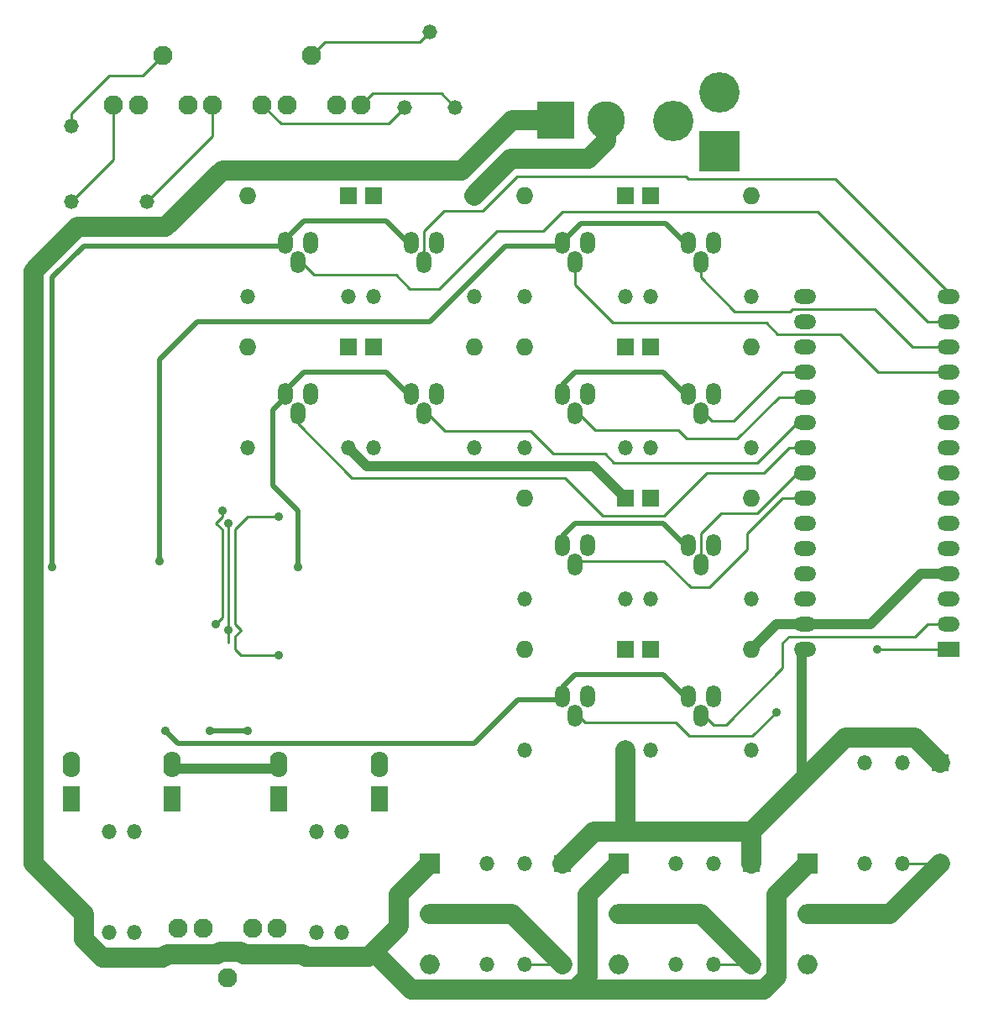
<source format=gbl>
G04 (created by PCBNEW (2013-07-07 BZR 4022)-stable) date Sun 01 Nov 2020 01:09:18 PM CST*
%MOIN*%
G04 Gerber Fmt 3.4, Leading zero omitted, Abs format*
%FSLAX34Y34*%
G01*
G70*
G90*
G04 APERTURE LIST*
%ADD10C,0.00590551*%
%ADD11R,0.069X0.069*%
%ADD12O,0.069X0.069*%
%ADD13O,0.059X0.0885*%
%ADD14C,0.0767717*%
%ADD15O,0.059X0.059*%
%ADD16R,0.069X0.1035*%
%ADD17O,0.069X0.1035*%
%ADD18R,0.0885X0.059*%
%ADD19O,0.0885X0.059*%
%ADD20R,0.0787402X0.0787402*%
%ADD21O,0.0787402X0.0787402*%
%ADD22R,0.16X0.16*%
%ADD23C,0.16*%
%ADD24R,0.15X0.15*%
%ADD25C,0.15*%
%ADD26O,0.058X0.058*%
%ADD27C,0.035*%
%ADD28C,0.04*%
%ADD29C,0.08*%
%ADD30C,0.01*%
%ADD31C,0.02*%
G04 APERTURE END LIST*
G54D10*
G54D11*
X58000Y-92500D03*
G54D12*
X58000Y-96500D03*
G54D13*
X51500Y-73852D03*
X51000Y-74647D03*
X50500Y-73852D03*
X45500Y-67852D03*
X45000Y-68647D03*
X44500Y-67852D03*
X56500Y-85852D03*
X56000Y-86647D03*
X55500Y-85852D03*
X56500Y-73852D03*
X56000Y-74647D03*
X55500Y-73852D03*
X40500Y-73852D03*
X40000Y-74647D03*
X39500Y-73852D03*
X51500Y-79852D03*
X51000Y-80647D03*
X50500Y-79852D03*
X56500Y-79852D03*
X56000Y-80647D03*
X55500Y-79852D03*
X56500Y-67852D03*
X56000Y-68647D03*
X55500Y-67852D03*
X51500Y-67852D03*
X51000Y-68647D03*
X50500Y-67852D03*
X45500Y-73852D03*
X45000Y-74647D03*
X44500Y-73852D03*
X40500Y-67852D03*
X40000Y-68647D03*
X39500Y-67852D03*
X51500Y-85852D03*
X51000Y-86647D03*
X50500Y-85852D03*
G54D14*
X37204Y-97047D03*
X36220Y-95078D03*
X38188Y-95078D03*
X35236Y-95078D03*
X39173Y-95078D03*
G54D15*
X54000Y-76000D03*
X58000Y-76000D03*
X42000Y-70000D03*
X38000Y-70000D03*
X53000Y-76000D03*
X49000Y-76000D03*
X53000Y-82000D03*
X49000Y-82000D03*
X43000Y-70000D03*
X47000Y-70000D03*
X43000Y-76000D03*
X47000Y-76000D03*
X54000Y-82000D03*
X58000Y-82000D03*
X53000Y-88000D03*
X49000Y-88000D03*
X54000Y-88000D03*
X58000Y-88000D03*
X53000Y-70000D03*
X49000Y-70000D03*
X54000Y-70000D03*
X58000Y-70000D03*
X42000Y-76000D03*
X38000Y-76000D03*
X49000Y-96500D03*
X49000Y-92500D03*
X56500Y-96500D03*
X56500Y-92500D03*
X64000Y-92500D03*
X64000Y-88500D03*
X40750Y-95250D03*
X40750Y-91250D03*
X41750Y-95250D03*
X41750Y-91250D03*
X33500Y-95250D03*
X33500Y-91250D03*
X32500Y-95250D03*
X32500Y-91250D03*
G54D16*
X35000Y-89922D03*
G54D17*
X35000Y-88577D03*
G54D16*
X39250Y-89922D03*
G54D17*
X39250Y-88577D03*
G54D16*
X43250Y-89922D03*
G54D17*
X43250Y-88577D03*
G54D16*
X31000Y-89922D03*
G54D17*
X31000Y-88577D03*
G54D11*
X65500Y-88500D03*
G54D12*
X65500Y-92500D03*
G54D11*
X50500Y-92500D03*
G54D12*
X50500Y-96500D03*
G54D11*
X42000Y-72000D03*
G54D12*
X38000Y-72000D03*
G54D11*
X43000Y-72000D03*
G54D12*
X47000Y-72000D03*
G54D11*
X54000Y-66000D03*
G54D12*
X58000Y-66000D03*
G54D11*
X53000Y-66000D03*
G54D12*
X49000Y-66000D03*
G54D11*
X43000Y-66000D03*
G54D12*
X47000Y-66000D03*
G54D11*
X42000Y-66000D03*
G54D12*
X38000Y-66000D03*
G54D11*
X53000Y-84000D03*
G54D12*
X49000Y-84000D03*
G54D11*
X54000Y-84000D03*
G54D12*
X58000Y-84000D03*
G54D11*
X54000Y-72000D03*
G54D12*
X58000Y-72000D03*
G54D11*
X53000Y-72000D03*
G54D12*
X49000Y-72000D03*
G54D11*
X53000Y-78000D03*
G54D12*
X49000Y-78000D03*
G54D11*
X54000Y-78000D03*
G54D12*
X58000Y-78000D03*
G54D18*
X65852Y-84000D03*
G54D19*
X65852Y-83000D03*
X65852Y-82000D03*
X65852Y-81000D03*
X60147Y-79000D03*
X60147Y-80000D03*
X60147Y-81000D03*
X65852Y-80000D03*
X65852Y-79000D03*
X65852Y-78000D03*
X60147Y-78000D03*
X60147Y-77000D03*
X60147Y-76000D03*
X65852Y-77000D03*
X65852Y-76000D03*
X65852Y-75000D03*
X65852Y-74000D03*
X65852Y-73000D03*
X65852Y-72000D03*
X65852Y-71000D03*
X60147Y-75000D03*
X60147Y-74000D03*
X60147Y-73000D03*
X60147Y-72000D03*
X60147Y-71000D03*
X60147Y-70000D03*
X65852Y-70000D03*
X60147Y-82000D03*
X60147Y-83000D03*
X60147Y-84000D03*
G54D20*
X60250Y-92500D03*
G54D21*
X60250Y-94500D03*
X60250Y-96500D03*
G54D20*
X52750Y-92500D03*
G54D21*
X52750Y-94500D03*
X52750Y-96500D03*
G54D20*
X45250Y-92500D03*
G54D21*
X45250Y-94500D03*
X45250Y-96500D03*
G54D22*
X56750Y-64250D03*
G54D23*
X56750Y-61900D03*
X54900Y-63050D03*
G54D24*
X50250Y-63000D03*
G54D25*
X52250Y-63000D03*
G54D15*
X47500Y-92500D03*
X47500Y-96500D03*
X55000Y-92500D03*
X55000Y-96500D03*
X62500Y-88500D03*
X62500Y-92500D03*
G54D14*
X34645Y-60433D03*
X35629Y-62401D03*
X33661Y-62401D03*
X36614Y-62401D03*
X32677Y-62401D03*
X40551Y-60433D03*
X41535Y-62401D03*
X39566Y-62401D03*
X42519Y-62401D03*
X38582Y-62401D03*
G54D26*
X45250Y-59500D03*
X46250Y-62500D03*
X44250Y-62500D03*
X31000Y-66250D03*
X34000Y-66250D03*
X31000Y-63250D03*
G54D27*
X38000Y-87250D03*
X36500Y-87250D03*
X34500Y-80500D03*
X40000Y-80750D03*
X30250Y-80750D03*
X34750Y-87250D03*
X63000Y-84000D03*
X59000Y-86500D03*
X39250Y-84250D03*
X39250Y-78750D03*
X37000Y-78500D03*
X36750Y-83000D03*
X37250Y-83250D03*
X37250Y-79000D03*
G54D28*
X42000Y-76000D02*
X42750Y-76750D01*
X51750Y-76750D02*
X53000Y-78000D01*
X42750Y-76750D02*
X51750Y-76750D01*
X60000Y-84000D02*
X60000Y-89250D01*
G54D29*
X53000Y-88000D02*
X53000Y-91250D01*
X50500Y-92500D02*
X51750Y-91250D01*
X51750Y-91250D02*
X53000Y-91250D01*
X53000Y-91250D02*
X58000Y-91250D01*
X65500Y-88500D02*
X64500Y-87500D01*
X58000Y-91250D02*
X58000Y-92500D01*
X61750Y-87500D02*
X60000Y-89250D01*
X60000Y-89250D02*
X58000Y-91250D01*
X64500Y-87500D02*
X61750Y-87500D01*
G54D30*
X50500Y-96500D02*
X49000Y-96500D01*
G54D29*
X45250Y-94500D02*
X48500Y-94500D01*
X48500Y-94500D02*
X50500Y-96500D01*
G54D30*
X58000Y-96500D02*
X56500Y-96500D01*
G54D29*
X52750Y-94500D02*
X56000Y-94500D01*
X56000Y-94500D02*
X58000Y-96500D01*
G54D30*
X65500Y-92500D02*
X64000Y-92500D01*
G54D29*
X60250Y-94500D02*
X63500Y-94500D01*
X63500Y-94500D02*
X65500Y-92500D01*
X32000Y-96000D02*
X32250Y-96250D01*
X42800Y-96200D02*
X43000Y-96000D01*
X40300Y-96200D02*
X42800Y-96200D01*
X40200Y-96100D02*
X40300Y-96200D01*
X37850Y-96100D02*
X40200Y-96100D01*
X37750Y-96000D02*
X37850Y-96100D01*
X36900Y-96000D02*
X37750Y-96000D01*
X36800Y-96100D02*
X36900Y-96000D01*
X34800Y-96100D02*
X36800Y-96100D01*
X34650Y-96250D02*
X34800Y-96100D01*
X32250Y-96250D02*
X34650Y-96250D01*
X51000Y-97500D02*
X58500Y-97500D01*
X59000Y-93750D02*
X60250Y-92500D01*
X59000Y-97000D02*
X59000Y-93750D01*
X58500Y-97500D02*
X59000Y-97000D01*
X43000Y-96000D02*
X44500Y-97500D01*
X44500Y-97500D02*
X46000Y-97500D01*
X46000Y-97500D02*
X50500Y-97500D01*
X50500Y-97500D02*
X51000Y-97500D01*
X51500Y-93750D02*
X52750Y-92500D01*
X51500Y-97000D02*
X51500Y-93750D01*
X51000Y-97500D02*
X51500Y-97000D01*
X29500Y-91000D02*
X29500Y-92500D01*
G54D30*
X32000Y-96000D02*
X35750Y-96000D01*
G54D29*
X31500Y-95500D02*
X32000Y-96000D01*
X31500Y-94500D02*
X31500Y-95500D01*
X29500Y-92500D02*
X31500Y-94500D01*
X29500Y-91000D02*
X29500Y-69000D01*
X29500Y-69000D02*
X31250Y-67250D01*
X31250Y-67250D02*
X34750Y-67250D01*
X34750Y-67250D02*
X37000Y-65000D01*
X37000Y-65000D02*
X46500Y-65000D01*
X46500Y-65000D02*
X48500Y-63000D01*
X48500Y-63000D02*
X50250Y-63000D01*
X44000Y-93750D02*
X45250Y-92500D01*
X43000Y-96000D02*
X44000Y-95000D01*
X44000Y-95000D02*
X44000Y-93750D01*
X47000Y-66000D02*
X48450Y-64550D01*
X52250Y-63850D02*
X52250Y-63000D01*
X51550Y-64550D02*
X52250Y-63850D01*
X48450Y-64550D02*
X51550Y-64550D01*
G54D28*
X58000Y-84000D02*
X59000Y-83000D01*
X59000Y-83000D02*
X60000Y-83000D01*
X60000Y-83000D02*
X62750Y-83000D01*
X62750Y-83000D02*
X64750Y-81000D01*
X64750Y-81000D02*
X66000Y-81000D01*
X35000Y-88750D02*
X39250Y-88750D01*
G54D31*
X36500Y-87250D02*
X38000Y-87250D01*
G54D30*
X40551Y-60433D02*
X41084Y-59900D01*
X44850Y-59900D02*
X45250Y-59500D01*
X41084Y-59900D02*
X44850Y-59900D01*
X42519Y-62401D02*
X42971Y-61950D01*
X45700Y-61950D02*
X46250Y-62500D01*
X42971Y-61950D02*
X45700Y-61950D01*
X31000Y-66250D02*
X32677Y-64572D01*
X32677Y-64572D02*
X32677Y-62401D01*
G54D31*
X50500Y-68000D02*
X50500Y-67850D01*
X54600Y-67100D02*
X55500Y-68000D01*
X51250Y-67100D02*
X54600Y-67100D01*
X50500Y-67850D02*
X51250Y-67100D01*
X50500Y-68000D02*
X48250Y-68000D01*
X34500Y-72500D02*
X34500Y-80500D01*
X36000Y-71000D02*
X34500Y-72500D01*
X45250Y-71000D02*
X36000Y-71000D01*
X48250Y-68000D02*
X45250Y-71000D01*
X39500Y-74000D02*
X39000Y-74500D01*
X40000Y-78500D02*
X40000Y-80750D01*
X39000Y-77500D02*
X40000Y-78500D01*
X39000Y-74500D02*
X39000Y-77500D01*
X39500Y-74000D02*
X39500Y-73750D01*
X43500Y-73000D02*
X44500Y-74000D01*
X40250Y-73000D02*
X43500Y-73000D01*
X39500Y-73750D02*
X40250Y-73000D01*
G54D30*
X34000Y-66250D02*
X36614Y-63635D01*
X36614Y-63635D02*
X36614Y-62401D01*
X31000Y-63250D02*
X31000Y-62750D01*
X33828Y-61250D02*
X34645Y-60433D01*
X32500Y-61250D02*
X33828Y-61250D01*
X31000Y-62750D02*
X32500Y-61250D01*
X38582Y-62401D02*
X39331Y-63150D01*
X43600Y-63150D02*
X44250Y-62500D01*
X39331Y-63150D02*
X43600Y-63150D01*
G54D31*
X31500Y-68000D02*
X39500Y-68000D01*
X30250Y-69250D02*
X31500Y-68000D01*
X30250Y-80750D02*
X30250Y-69250D01*
X39500Y-68000D02*
X39500Y-67750D01*
X43500Y-67000D02*
X44500Y-68000D01*
X40250Y-67000D02*
X43500Y-67000D01*
X39500Y-67750D02*
X40250Y-67000D01*
X50500Y-80000D02*
X50500Y-79500D01*
X54500Y-79000D02*
X55500Y-80000D01*
X51000Y-79000D02*
X54500Y-79000D01*
X50500Y-79500D02*
X51000Y-79000D01*
X50500Y-86000D02*
X50500Y-85500D01*
X54500Y-85000D02*
X55500Y-86000D01*
X51000Y-85000D02*
X54500Y-85000D01*
X50500Y-85500D02*
X51000Y-85000D01*
X48750Y-86000D02*
X50500Y-86000D01*
X47000Y-87750D02*
X48750Y-86000D01*
X35250Y-87750D02*
X47000Y-87750D01*
X34750Y-87250D02*
X35250Y-87750D01*
X50500Y-74000D02*
X50500Y-73500D01*
X54500Y-73000D02*
X55500Y-74000D01*
X51000Y-73000D02*
X54500Y-73000D01*
X50500Y-73500D02*
X51000Y-73000D01*
G54D30*
X56000Y-68500D02*
X56000Y-69250D01*
X64400Y-72000D02*
X66000Y-72000D01*
X62900Y-70500D02*
X64400Y-72000D01*
X59650Y-70500D02*
X62900Y-70500D01*
X59550Y-70600D02*
X59650Y-70500D01*
X57350Y-70600D02*
X59550Y-70600D01*
X56000Y-69250D02*
X57350Y-70600D01*
X56300Y-76600D02*
X58250Y-76600D01*
X45850Y-75350D02*
X49250Y-75350D01*
X49250Y-75350D02*
X50150Y-76250D01*
X50150Y-76250D02*
X52200Y-76250D01*
X52200Y-76250D02*
X52550Y-76600D01*
X52550Y-76600D02*
X56300Y-76600D01*
X45000Y-74500D02*
X45850Y-75350D01*
X59850Y-75000D02*
X60000Y-75000D01*
X58250Y-76600D02*
X59850Y-75000D01*
X56000Y-86500D02*
X56500Y-87000D01*
X65000Y-83000D02*
X66000Y-83000D01*
X64500Y-83500D02*
X65000Y-83000D01*
X59500Y-83500D02*
X64500Y-83500D01*
X59250Y-83750D02*
X59500Y-83500D01*
X59250Y-84750D02*
X59250Y-83750D01*
X57000Y-87000D02*
X59250Y-84750D01*
X56500Y-87000D02*
X57000Y-87000D01*
X56000Y-80500D02*
X56000Y-79400D01*
X59850Y-77000D02*
X60000Y-77000D01*
X58250Y-78600D02*
X59850Y-77000D01*
X56800Y-78600D02*
X58250Y-78600D01*
X56000Y-79400D02*
X56800Y-78600D01*
X56000Y-74500D02*
X56450Y-74950D01*
X59250Y-73000D02*
X60000Y-73000D01*
X57300Y-74950D02*
X59250Y-73000D01*
X56450Y-74950D02*
X57300Y-74950D01*
X66000Y-70000D02*
X61350Y-65350D01*
X45000Y-67400D02*
X45800Y-66600D01*
X45800Y-66600D02*
X47350Y-66600D01*
X47350Y-66600D02*
X48700Y-65250D01*
X48700Y-65250D02*
X55400Y-65250D01*
X55400Y-65250D02*
X55500Y-65350D01*
X55500Y-65350D02*
X58500Y-65350D01*
X45000Y-67400D02*
X45000Y-68500D01*
X61350Y-65350D02*
X58500Y-65350D01*
X40000Y-74500D02*
X40000Y-75050D01*
X59500Y-76000D02*
X60000Y-76000D01*
X58500Y-77000D02*
X59500Y-76000D01*
X56250Y-77000D02*
X58500Y-77000D01*
X54550Y-78700D02*
X56250Y-77000D01*
X52100Y-78700D02*
X54550Y-78700D01*
X50600Y-77200D02*
X52100Y-78700D01*
X42150Y-77200D02*
X50600Y-77200D01*
X40000Y-75050D02*
X42150Y-77200D01*
X51000Y-68500D02*
X51000Y-69550D01*
X63050Y-73000D02*
X66000Y-73000D01*
X61550Y-71500D02*
X63050Y-73000D01*
X59050Y-71500D02*
X61550Y-71500D01*
X58600Y-71050D02*
X59050Y-71500D01*
X52500Y-71050D02*
X58600Y-71050D01*
X51000Y-69550D02*
X52500Y-71050D01*
X51000Y-80500D02*
X54550Y-80500D01*
X59250Y-78000D02*
X60000Y-78000D01*
X57850Y-79400D02*
X59250Y-78000D01*
X57850Y-80050D02*
X57850Y-79400D01*
X56350Y-81550D02*
X57850Y-80050D01*
X55600Y-81550D02*
X56350Y-81550D01*
X54550Y-80500D02*
X55600Y-81550D01*
X56500Y-87450D02*
X58050Y-87450D01*
X63000Y-84000D02*
X66000Y-84000D01*
X58050Y-87450D02*
X59000Y-86500D01*
X51400Y-86900D02*
X51000Y-86500D01*
X55000Y-86900D02*
X51400Y-86900D01*
X55550Y-87450D02*
X55000Y-86900D01*
X56550Y-87450D02*
X56500Y-87450D01*
X56500Y-87450D02*
X55550Y-87450D01*
X66000Y-71000D02*
X65000Y-71000D01*
X40650Y-69150D02*
X43900Y-69150D01*
X43900Y-69150D02*
X44450Y-69700D01*
X44450Y-69700D02*
X45600Y-69700D01*
X45600Y-69700D02*
X46800Y-68500D01*
X46800Y-68500D02*
X47900Y-67400D01*
X47900Y-67400D02*
X49750Y-67400D01*
X49750Y-67400D02*
X50500Y-66650D01*
X50500Y-66650D02*
X58000Y-66650D01*
X40650Y-69150D02*
X40000Y-68500D01*
X60650Y-66650D02*
X58000Y-66650D01*
X65000Y-71000D02*
X60650Y-66650D01*
X51000Y-74500D02*
X51800Y-75300D01*
X59100Y-74000D02*
X60000Y-74000D01*
X57450Y-75650D02*
X59100Y-74000D01*
X55450Y-75650D02*
X57450Y-75650D01*
X55100Y-75300D02*
X55450Y-75650D01*
X51800Y-75300D02*
X55100Y-75300D01*
X37750Y-84250D02*
X39250Y-84250D01*
X37500Y-84000D02*
X37750Y-84250D01*
X37500Y-83500D02*
X37500Y-84000D01*
X37750Y-83250D02*
X37500Y-83500D01*
X37500Y-83000D02*
X37750Y-83250D01*
X37500Y-82250D02*
X37500Y-83000D01*
X37500Y-80000D02*
X37500Y-82250D01*
X37500Y-79250D02*
X37500Y-80000D01*
X38000Y-78750D02*
X37500Y-79250D01*
X39250Y-78750D02*
X38000Y-78750D01*
X37000Y-78750D02*
X37000Y-78500D01*
X36750Y-79000D02*
X37000Y-78750D01*
X37000Y-79250D02*
X36750Y-79000D01*
X37000Y-81250D02*
X37000Y-79250D01*
X37000Y-82500D02*
X37000Y-81250D01*
X37000Y-82750D02*
X37000Y-82500D01*
X36750Y-83000D02*
X37000Y-82750D01*
X37250Y-83750D02*
X37250Y-83250D01*
X37250Y-79000D02*
X37250Y-83750D01*
M02*

</source>
